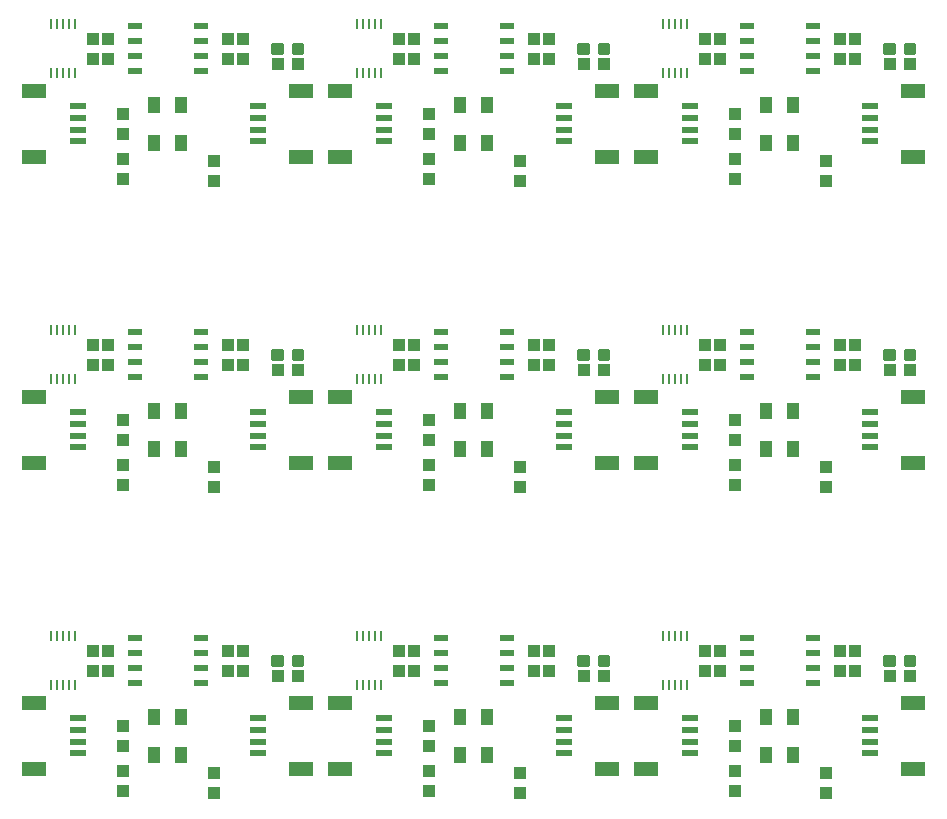
<source format=gtp>
G75*
%MOIN*%
%OFA0B0*%
%FSLAX25Y25*%
%IPPOS*%
%LPD*%
%AMOC8*
5,1,8,0,0,1.08239X$1,22.5*
%
%ADD10R,0.03937X0.04331*%
%ADD11R,0.00984X0.03445*%
%ADD12R,0.04724X0.02362*%
%ADD13R,0.04331X0.03937*%
%ADD14R,0.04134X0.05807*%
%ADD15C,0.01181*%
%ADD16R,0.07874X0.04724*%
%ADD17R,0.05315X0.02362*%
D10*
X0040934Y0036714D03*
X0040934Y0043406D03*
X0040934Y0051714D03*
X0040934Y0058406D03*
X0035934Y0076714D03*
X0030934Y0076714D03*
X0030934Y0083406D03*
X0035934Y0083406D03*
X0075934Y0083406D03*
X0080934Y0083406D03*
X0080934Y0076714D03*
X0075934Y0076714D03*
X0071184Y0042656D03*
X0071184Y0035964D03*
X0142934Y0036714D03*
X0142934Y0043406D03*
X0142934Y0051714D03*
X0142934Y0058406D03*
X0137934Y0076714D03*
X0132934Y0076714D03*
X0132934Y0083406D03*
X0137934Y0083406D03*
X0177934Y0083406D03*
X0182934Y0083406D03*
X0182934Y0076714D03*
X0177934Y0076714D03*
X0173184Y0042656D03*
X0173184Y0035964D03*
X0244934Y0036714D03*
X0244934Y0043406D03*
X0244934Y0051714D03*
X0244934Y0058406D03*
X0239934Y0076714D03*
X0234934Y0076714D03*
X0234934Y0083406D03*
X0239934Y0083406D03*
X0279934Y0083406D03*
X0284934Y0083406D03*
X0284934Y0076714D03*
X0279934Y0076714D03*
X0275184Y0042656D03*
X0275184Y0035964D03*
X0275184Y0137964D03*
X0275184Y0144656D03*
X0244934Y0145406D03*
X0244934Y0138714D03*
X0244934Y0153714D03*
X0244934Y0160406D03*
X0239934Y0178714D03*
X0234934Y0178714D03*
X0234934Y0185406D03*
X0239934Y0185406D03*
X0279934Y0185406D03*
X0284934Y0185406D03*
X0284934Y0178714D03*
X0279934Y0178714D03*
X0182934Y0178714D03*
X0177934Y0178714D03*
X0177934Y0185406D03*
X0182934Y0185406D03*
X0137934Y0185406D03*
X0132934Y0185406D03*
X0132934Y0178714D03*
X0137934Y0178714D03*
X0142934Y0160406D03*
X0142934Y0153714D03*
X0142934Y0145406D03*
X0142934Y0138714D03*
X0173184Y0137964D03*
X0173184Y0144656D03*
X0080934Y0178714D03*
X0075934Y0178714D03*
X0075934Y0185406D03*
X0080934Y0185406D03*
X0040934Y0160406D03*
X0040934Y0153714D03*
X0040934Y0145406D03*
X0040934Y0138714D03*
X0071184Y0137964D03*
X0071184Y0144656D03*
X0035934Y0178714D03*
X0030934Y0178714D03*
X0030934Y0185406D03*
X0035934Y0185406D03*
X0071184Y0239964D03*
X0071184Y0246656D03*
X0040934Y0247406D03*
X0040934Y0240714D03*
X0040934Y0255714D03*
X0040934Y0262406D03*
X0035934Y0280714D03*
X0030934Y0280714D03*
X0030934Y0287406D03*
X0035934Y0287406D03*
X0075934Y0287406D03*
X0080934Y0287406D03*
X0080934Y0280714D03*
X0075934Y0280714D03*
X0132934Y0280714D03*
X0137934Y0280714D03*
X0137934Y0287406D03*
X0132934Y0287406D03*
X0142934Y0262406D03*
X0142934Y0255714D03*
X0142934Y0247406D03*
X0142934Y0240714D03*
X0173184Y0239964D03*
X0173184Y0246656D03*
X0177934Y0280714D03*
X0182934Y0280714D03*
X0182934Y0287406D03*
X0177934Y0287406D03*
X0234934Y0287406D03*
X0239934Y0287406D03*
X0239934Y0280714D03*
X0234934Y0280714D03*
X0244934Y0262406D03*
X0244934Y0255714D03*
X0244934Y0247406D03*
X0244934Y0240714D03*
X0275184Y0239964D03*
X0275184Y0246656D03*
X0279934Y0280714D03*
X0284934Y0280714D03*
X0284934Y0287406D03*
X0279934Y0287406D03*
D11*
X0228871Y0292180D03*
X0226902Y0292180D03*
X0224934Y0292180D03*
X0222965Y0292180D03*
X0220997Y0292180D03*
X0220997Y0275940D03*
X0222965Y0275940D03*
X0224934Y0275940D03*
X0226902Y0275940D03*
X0228871Y0275940D03*
X0126871Y0275940D03*
X0124902Y0275940D03*
X0122934Y0275940D03*
X0120965Y0275940D03*
X0118997Y0275940D03*
X0118997Y0292180D03*
X0120965Y0292180D03*
X0122934Y0292180D03*
X0124902Y0292180D03*
X0126871Y0292180D03*
X0024871Y0292180D03*
X0022902Y0292180D03*
X0020934Y0292180D03*
X0018965Y0292180D03*
X0016997Y0292180D03*
X0016997Y0275940D03*
X0018965Y0275940D03*
X0020934Y0275940D03*
X0022902Y0275940D03*
X0024871Y0275940D03*
X0024871Y0190180D03*
X0022902Y0190180D03*
X0020934Y0190180D03*
X0018965Y0190180D03*
X0016997Y0190180D03*
X0016997Y0173940D03*
X0018965Y0173940D03*
X0020934Y0173940D03*
X0022902Y0173940D03*
X0024871Y0173940D03*
X0118997Y0173940D03*
X0120965Y0173940D03*
X0122934Y0173940D03*
X0124902Y0173940D03*
X0126871Y0173940D03*
X0126871Y0190180D03*
X0124902Y0190180D03*
X0122934Y0190180D03*
X0120965Y0190180D03*
X0118997Y0190180D03*
X0220997Y0190180D03*
X0222965Y0190180D03*
X0224934Y0190180D03*
X0226902Y0190180D03*
X0228871Y0190180D03*
X0228871Y0173940D03*
X0226902Y0173940D03*
X0224934Y0173940D03*
X0222965Y0173940D03*
X0220997Y0173940D03*
X0220997Y0088180D03*
X0222965Y0088180D03*
X0224934Y0088180D03*
X0226902Y0088180D03*
X0228871Y0088180D03*
X0228871Y0071940D03*
X0226902Y0071940D03*
X0224934Y0071940D03*
X0222965Y0071940D03*
X0220997Y0071940D03*
X0126871Y0071940D03*
X0124902Y0071940D03*
X0122934Y0071940D03*
X0120965Y0071940D03*
X0118997Y0071940D03*
X0118997Y0088180D03*
X0120965Y0088180D03*
X0122934Y0088180D03*
X0124902Y0088180D03*
X0126871Y0088180D03*
X0024871Y0088180D03*
X0022902Y0088180D03*
X0020934Y0088180D03*
X0018965Y0088180D03*
X0016997Y0088180D03*
X0016997Y0071940D03*
X0018965Y0071940D03*
X0020934Y0071940D03*
X0022902Y0071940D03*
X0024871Y0071940D03*
D12*
X0044910Y0072560D03*
X0044910Y0077560D03*
X0044910Y0082560D03*
X0044910Y0087560D03*
X0066957Y0087560D03*
X0066957Y0082560D03*
X0066957Y0077560D03*
X0066957Y0072560D03*
X0146910Y0072560D03*
X0146910Y0077560D03*
X0146910Y0082560D03*
X0146910Y0087560D03*
X0168957Y0087560D03*
X0168957Y0082560D03*
X0168957Y0077560D03*
X0168957Y0072560D03*
X0248910Y0072560D03*
X0248910Y0077560D03*
X0248910Y0082560D03*
X0248910Y0087560D03*
X0270957Y0087560D03*
X0270957Y0082560D03*
X0270957Y0077560D03*
X0270957Y0072560D03*
X0270957Y0174560D03*
X0270957Y0179560D03*
X0270957Y0184560D03*
X0270957Y0189560D03*
X0248910Y0189560D03*
X0248910Y0184560D03*
X0248910Y0179560D03*
X0248910Y0174560D03*
X0168957Y0174560D03*
X0168957Y0179560D03*
X0168957Y0184560D03*
X0168957Y0189560D03*
X0146910Y0189560D03*
X0146910Y0184560D03*
X0146910Y0179560D03*
X0146910Y0174560D03*
X0066957Y0174560D03*
X0066957Y0179560D03*
X0066957Y0184560D03*
X0066957Y0189560D03*
X0044910Y0189560D03*
X0044910Y0184560D03*
X0044910Y0179560D03*
X0044910Y0174560D03*
X0044910Y0276560D03*
X0044910Y0281560D03*
X0044910Y0286560D03*
X0044910Y0291560D03*
X0066957Y0291560D03*
X0066957Y0286560D03*
X0066957Y0281560D03*
X0066957Y0276560D03*
X0146910Y0276560D03*
X0146910Y0281560D03*
X0146910Y0286560D03*
X0146910Y0291560D03*
X0168957Y0291560D03*
X0168957Y0286560D03*
X0168957Y0281560D03*
X0168957Y0276560D03*
X0248910Y0276560D03*
X0248910Y0281560D03*
X0248910Y0286560D03*
X0248910Y0291560D03*
X0270957Y0291560D03*
X0270957Y0286560D03*
X0270957Y0281560D03*
X0270957Y0276560D03*
D13*
X0296587Y0279060D03*
X0303280Y0279060D03*
X0201280Y0279060D03*
X0194587Y0279060D03*
X0099280Y0279060D03*
X0092587Y0279060D03*
X0092587Y0177060D03*
X0099280Y0177060D03*
X0194587Y0177060D03*
X0201280Y0177060D03*
X0296587Y0177060D03*
X0303280Y0177060D03*
X0303280Y0075060D03*
X0296587Y0075060D03*
X0201280Y0075060D03*
X0194587Y0075060D03*
X0099280Y0075060D03*
X0092587Y0075060D03*
D14*
X0060363Y0061408D03*
X0051505Y0061408D03*
X0051505Y0048712D03*
X0060363Y0048712D03*
X0153505Y0048712D03*
X0162363Y0048712D03*
X0162363Y0061408D03*
X0153505Y0061408D03*
X0255505Y0061408D03*
X0264363Y0061408D03*
X0264363Y0048712D03*
X0255505Y0048712D03*
X0255505Y0150712D03*
X0264363Y0150712D03*
X0264363Y0163408D03*
X0255505Y0163408D03*
X0162363Y0163408D03*
X0153505Y0163408D03*
X0153505Y0150712D03*
X0162363Y0150712D03*
X0060363Y0150712D03*
X0051505Y0150712D03*
X0051505Y0163408D03*
X0060363Y0163408D03*
X0060363Y0252712D03*
X0051505Y0252712D03*
X0051505Y0265408D03*
X0060363Y0265408D03*
X0153505Y0265408D03*
X0162363Y0265408D03*
X0162363Y0252712D03*
X0153505Y0252712D03*
X0255505Y0252712D03*
X0264363Y0252712D03*
X0264363Y0265408D03*
X0255505Y0265408D03*
D15*
X0297859Y0282682D02*
X0297859Y0285438D01*
X0297859Y0282682D02*
X0295103Y0282682D01*
X0295103Y0285438D01*
X0297859Y0285438D01*
X0297859Y0283804D02*
X0295103Y0283804D01*
X0295103Y0284926D02*
X0297859Y0284926D01*
X0304764Y0285438D02*
X0304764Y0282682D01*
X0302008Y0282682D01*
X0302008Y0285438D01*
X0304764Y0285438D01*
X0304764Y0283804D02*
X0302008Y0283804D01*
X0302008Y0284926D02*
X0304764Y0284926D01*
X0202764Y0285438D02*
X0202764Y0282682D01*
X0200008Y0282682D01*
X0200008Y0285438D01*
X0202764Y0285438D01*
X0202764Y0283804D02*
X0200008Y0283804D01*
X0200008Y0284926D02*
X0202764Y0284926D01*
X0195859Y0285438D02*
X0195859Y0282682D01*
X0193103Y0282682D01*
X0193103Y0285438D01*
X0195859Y0285438D01*
X0195859Y0283804D02*
X0193103Y0283804D01*
X0193103Y0284926D02*
X0195859Y0284926D01*
X0100764Y0285438D02*
X0100764Y0282682D01*
X0098008Y0282682D01*
X0098008Y0285438D01*
X0100764Y0285438D01*
X0100764Y0283804D02*
X0098008Y0283804D01*
X0098008Y0284926D02*
X0100764Y0284926D01*
X0093859Y0285438D02*
X0093859Y0282682D01*
X0091103Y0282682D01*
X0091103Y0285438D01*
X0093859Y0285438D01*
X0093859Y0283804D02*
X0091103Y0283804D01*
X0091103Y0284926D02*
X0093859Y0284926D01*
X0093859Y0183438D02*
X0093859Y0180682D01*
X0091103Y0180682D01*
X0091103Y0183438D01*
X0093859Y0183438D01*
X0093859Y0181804D02*
X0091103Y0181804D01*
X0091103Y0182926D02*
X0093859Y0182926D01*
X0100764Y0183438D02*
X0100764Y0180682D01*
X0098008Y0180682D01*
X0098008Y0183438D01*
X0100764Y0183438D01*
X0100764Y0181804D02*
X0098008Y0181804D01*
X0098008Y0182926D02*
X0100764Y0182926D01*
X0195859Y0183438D02*
X0195859Y0180682D01*
X0193103Y0180682D01*
X0193103Y0183438D01*
X0195859Y0183438D01*
X0195859Y0181804D02*
X0193103Y0181804D01*
X0193103Y0182926D02*
X0195859Y0182926D01*
X0202764Y0183438D02*
X0202764Y0180682D01*
X0200008Y0180682D01*
X0200008Y0183438D01*
X0202764Y0183438D01*
X0202764Y0181804D02*
X0200008Y0181804D01*
X0200008Y0182926D02*
X0202764Y0182926D01*
X0297859Y0183438D02*
X0297859Y0180682D01*
X0295103Y0180682D01*
X0295103Y0183438D01*
X0297859Y0183438D01*
X0297859Y0181804D02*
X0295103Y0181804D01*
X0295103Y0182926D02*
X0297859Y0182926D01*
X0304764Y0183438D02*
X0304764Y0180682D01*
X0302008Y0180682D01*
X0302008Y0183438D01*
X0304764Y0183438D01*
X0304764Y0181804D02*
X0302008Y0181804D01*
X0302008Y0182926D02*
X0304764Y0182926D01*
X0304764Y0081438D02*
X0304764Y0078682D01*
X0302008Y0078682D01*
X0302008Y0081438D01*
X0304764Y0081438D01*
X0304764Y0079804D02*
X0302008Y0079804D01*
X0302008Y0080926D02*
X0304764Y0080926D01*
X0297859Y0081438D02*
X0297859Y0078682D01*
X0295103Y0078682D01*
X0295103Y0081438D01*
X0297859Y0081438D01*
X0297859Y0079804D02*
X0295103Y0079804D01*
X0295103Y0080926D02*
X0297859Y0080926D01*
X0202764Y0081438D02*
X0202764Y0078682D01*
X0200008Y0078682D01*
X0200008Y0081438D01*
X0202764Y0081438D01*
X0202764Y0079804D02*
X0200008Y0079804D01*
X0200008Y0080926D02*
X0202764Y0080926D01*
X0195859Y0081438D02*
X0195859Y0078682D01*
X0193103Y0078682D01*
X0193103Y0081438D01*
X0195859Y0081438D01*
X0195859Y0079804D02*
X0193103Y0079804D01*
X0193103Y0080926D02*
X0195859Y0080926D01*
X0100764Y0081438D02*
X0100764Y0078682D01*
X0098008Y0078682D01*
X0098008Y0081438D01*
X0100764Y0081438D01*
X0100764Y0079804D02*
X0098008Y0079804D01*
X0098008Y0080926D02*
X0100764Y0080926D01*
X0093859Y0081438D02*
X0093859Y0078682D01*
X0091103Y0078682D01*
X0091103Y0081438D01*
X0093859Y0081438D01*
X0093859Y0079804D02*
X0091103Y0079804D01*
X0091103Y0080926D02*
X0093859Y0080926D01*
D16*
X0100402Y0066084D03*
X0113465Y0066084D03*
X0113465Y0044036D03*
X0100402Y0044036D03*
X0011465Y0044036D03*
X0011465Y0066084D03*
X0011465Y0146036D03*
X0011465Y0168084D03*
X0100402Y0168084D03*
X0113465Y0168084D03*
X0113465Y0146036D03*
X0100402Y0146036D03*
X0202402Y0146036D03*
X0215465Y0146036D03*
X0215465Y0168084D03*
X0202402Y0168084D03*
X0304402Y0168084D03*
X0304402Y0146036D03*
X0304402Y0066084D03*
X0304402Y0044036D03*
X0215465Y0044036D03*
X0202402Y0044036D03*
X0202402Y0066084D03*
X0215465Y0066084D03*
X0215465Y0248036D03*
X0202402Y0248036D03*
X0202402Y0270084D03*
X0215465Y0270084D03*
X0304402Y0270084D03*
X0304402Y0248036D03*
X0113465Y0248036D03*
X0100402Y0248036D03*
X0100402Y0270084D03*
X0113465Y0270084D03*
X0011465Y0270084D03*
X0011465Y0248036D03*
D17*
X0025934Y0253154D03*
X0025934Y0257091D03*
X0025934Y0261028D03*
X0025934Y0264966D03*
X0085934Y0264966D03*
X0085934Y0261028D03*
X0085934Y0257091D03*
X0085934Y0253154D03*
X0127934Y0253154D03*
X0127934Y0257091D03*
X0127934Y0261028D03*
X0127934Y0264966D03*
X0187934Y0264966D03*
X0187934Y0261028D03*
X0187934Y0257091D03*
X0187934Y0253154D03*
X0229934Y0253154D03*
X0229934Y0257091D03*
X0229934Y0261028D03*
X0229934Y0264966D03*
X0289934Y0264966D03*
X0289934Y0261028D03*
X0289934Y0257091D03*
X0289934Y0253154D03*
X0289934Y0162966D03*
X0289934Y0159028D03*
X0289934Y0155091D03*
X0289934Y0151154D03*
X0229934Y0151154D03*
X0229934Y0155091D03*
X0229934Y0159028D03*
X0229934Y0162966D03*
X0187934Y0162966D03*
X0187934Y0159028D03*
X0187934Y0155091D03*
X0187934Y0151154D03*
X0127934Y0151154D03*
X0127934Y0155091D03*
X0127934Y0159028D03*
X0127934Y0162966D03*
X0085934Y0162966D03*
X0085934Y0159028D03*
X0085934Y0155091D03*
X0085934Y0151154D03*
X0025934Y0151154D03*
X0025934Y0155091D03*
X0025934Y0159028D03*
X0025934Y0162966D03*
X0025934Y0060966D03*
X0025934Y0057028D03*
X0025934Y0053091D03*
X0025934Y0049154D03*
X0085934Y0049154D03*
X0085934Y0053091D03*
X0085934Y0057028D03*
X0085934Y0060966D03*
X0127934Y0060966D03*
X0127934Y0057028D03*
X0127934Y0053091D03*
X0127934Y0049154D03*
X0187934Y0049154D03*
X0187934Y0053091D03*
X0187934Y0057028D03*
X0187934Y0060966D03*
X0229934Y0060966D03*
X0229934Y0057028D03*
X0229934Y0053091D03*
X0229934Y0049154D03*
X0289934Y0049154D03*
X0289934Y0053091D03*
X0289934Y0057028D03*
X0289934Y0060966D03*
M02*

</source>
